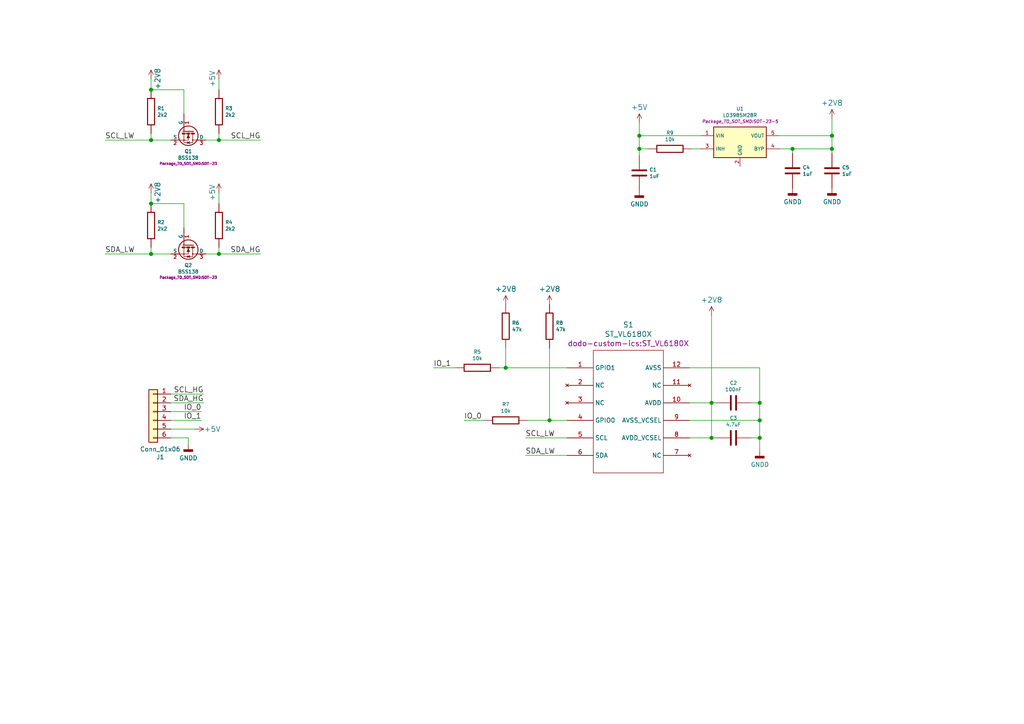
<source format=kicad_sch>
(kicad_sch (version 20200714) (host eeschema "(5.99.0-2820-g96f4e8f6f)")
  (page 1 1)
  (paper "A4")
  (title_block (date "1 sep 2015"))
  (lib_symbols
    (symbol "Connector_Generic:Conn_01x06" (pin_names hide)
      (property "Reference" "J" (at 0 7.62 0))
      (property "Value" "Conn_01x06" (at 0 -10.16 0))
      (symbol "Conn_01x06_1_1"
        (rectangle (start -1.27 -4.953) (end 0 -5.207) (stroke (width 0.1524)))
        (rectangle (start -1.27 -7.493) (end 0 -7.747) (stroke (width 0.1524)))
        (rectangle (start -1.27 -2.413) (end 0 -2.667) (stroke (width 0.1524)))
        (rectangle (start -1.27 2.667) (end 0 2.413) (stroke (width 0.1524)))
        (rectangle (start -1.27 5.207) (end 0 4.953) (stroke (width 0.1524)))
        (rectangle (start -1.27 6.35) (end 1.27 -8.89) (stroke (width 0.254)) (fill (type background)))
        (rectangle (start -1.27 0.127) (end 0 -0.127) (stroke (width 0.1524)))
        (pin passive line (at -5.08 5.08 0) (length 3.81) (name "Pin_1") (number "1"))
        (pin passive line (at -5.08 2.54 0) (length 3.81) (name "Pin_2") (number "2"))
        (pin passive line (at -5.08 0 0) (length 3.81) (name "Pin_3") (number "3"))
        (pin passive line (at -5.08 -2.54 0) (length 3.81) (name "Pin_4") (number "4"))
        (pin passive line (at -5.08 -5.08 0) (length 3.81) (name "Pin_5") (number "5"))
        (pin passive line (at -5.08 -7.62 0) (length 3.81) (name "Pin_6") (number "6"))
      )
    )
    (symbol "board_vl6180x-rescue:+2V8" (power)
      (property "Value" "+2V8" (at 3.175 3.175 0))
      (symbol "+2V8_0_1"
        (polyline (pts (xy 0 2.54) (xy -0.635 1.27)))
        (polyline (pts (xy 0 2.54) (xy 0 0)))
        (polyline (pts (xy 0 2.54) (xy 0.635 1.27)))
      )
      (symbol "+2V8_1_1"
        (pin power_in line (at 0 0 90) (length 2.54) hide (name "+2V8") (number "1"))
      )
    )
    (symbol "board_vl6180x-rescue:+5V" (power)
      (property "Value" "+5V" (at -1.905 3.81 0))
      (symbol "+5V_0_1"
        (polyline (pts (xy 0 2.54) (xy -0.635 1.27)))
        (polyline (pts (xy 0 2.54) (xy 0 0)))
        (polyline (pts (xy 0 2.54) (xy 0.635 1.27)))
      )
      (symbol "+5V_1_1"
        (pin power_in line (at 0 0 90) (length 2.54) hide (name "+5V") (number "1"))
      )
    )
    (symbol "board_vl6180x-rescue:BSS138" (pin_names (offset 0))
      (property "Reference" "Q" (at 0 -3.7846 0))
      (property "Value" "BSS138" (at 0 3.81 0))
      (property "Footprint" "SOT-23" (at -3.302 2.5908 0))
      (symbol "BSS138_0_1"
        (circle (center 1.27 0) (radius 2.8194) (stroke (width 0.254)))
        (circle (center 2.54 -1.27) (radius 0.127))
        (circle (center 2.54 1.27) (radius 0.127))
        (polyline (pts (xy 0.635 -1.016) (xy 0.635 -1.651)) (stroke (width 0.508)))
        (polyline (pts (xy 0.635 0.381) (xy 0.635 -0.381)) (stroke (width 0.508)))
        (polyline (pts (xy 0.635 1.651) (xy 0.635 1.016)) (stroke (width 0.508)))
        (polyline (pts (xy 3.048 0.381) (xy 2.921 0.254)))
        (polyline (pts (xy 3.048 0.381) (xy 3.556 0.381)))
        (polyline (pts (xy 3.556 0.381) (xy 3.683 0.508)))
        (polyline (pts (xy 0 1.524) (xy 0 -1.524) (xy 0 -1.524)) (stroke (width 0.254)))
        (polyline (pts (xy 0.762 -1.27) (xy 2.54 -1.27) (xy 2.54 -2.54) (xy 2.54 -2.54)))
        (polyline (pts (xy 0.762 1.27) (xy 2.54 1.27) (xy 2.54 2.54) (xy 2.54 2.54)))
        (polyline (pts (xy 2.54 1.27) (xy 3.302 1.27) (xy 3.302 -1.27) (xy 2.54 -1.27)))
        (polyline (pts (xy 0.762 0) (xy 1.27 0) (xy 2.54 0) (xy 2.54 -1.27) (xy 2.54 -1.27)))
        (polyline (pts (xy 3.302 0.381) (xy 3.048 -0.254) (xy 3.556 -0.254) (xy 3.302 0.381)) (fill (type outline)))
        (polyline (pts (xy 0.889 0) (xy 1.905 0.381) (xy 1.905 -0.381) (xy 0.889 0) (xy 1.016 0) (xy 1.016 0)) (fill (type outline)))
      )
      (symbol "BSS138_1_1"
        (pin passive line (at -5.08 -1.27 0) (length 5.08) (name "G") (number "1"))
        (pin passive line (at 2.54 -5.08 90) (length 2.54) (name "S") (number "2"))
        (pin passive line (at 2.54 5.08 270) (length 2.54) (name "D") (number "3"))
      )
    )
    (symbol "board_vl6180x-rescue:C" (pin_numbers hide) (pin_names (offset 0.254))
      (property "Reference" "C" (at 0 2.54 0))
      (property "Value" "C" (at 0.1524 -2.159 0))
      (symbol "C_0_1"
        (polyline (pts (xy -2.032 -0.762) (xy 2.032 -0.762)) (stroke (width 0.508)))
        (polyline (pts (xy -2.032 0.762) (xy 2.032 0.762)) (stroke (width 0.508)))
      )
      (symbol "C_1_1"
        (pin passive line (at 0 5.08 270) (length 4.318) (name "~") (number "1"))
        (pin passive line (at 0 -5.08 90) (length 4.318) (name "~") (number "2"))
      )
    )
    (symbol "board_vl6180x-rescue:R" (pin_numbers hide) (pin_names (offset 0))
      (property "Reference" "R" (at 2.032 0 90))
      (property "Value" "R" (at 0.1778 0.0254 90))
      (symbol "R_0_1"
        (rectangle (start -1.016 3.81) (end 1.016 -3.81) (stroke (width 0.3048)))
      )
      (symbol "R_1_1"
        (pin passive line (at 0 6.35 270) (length 2.54) (name "~") (number "1"))
        (pin passive line (at 0 -6.35 90) (length 2.54) (name "~") (number "2"))
      )
    )
    (symbol "dodo-devices:ST_VL6180X"
      (property "Reference" "S" (at 0 16.51 0))
      (property "Value" "ST_VL6180X" (at 0 -21.59 0))
      (property "Footprint" "dodo-custom-ics:ST_VL6180X" (at 0 -10.16 0))
      (symbol "ST_VL6180X_0_1"
        (rectangle (start -10.16 15.24) (end 10.16 -20.32))
      )
      (symbol "ST_VL6180X_1_1"
        (pin bidirectional line (at -17.78 10.16 0) (length 7.62) (name "GPIO1") (number "1"))
        (pin power_in line (at 17.78 0 180) (length 7.62) (name "AVDD") (number "10"))
        (pin unconnected line (at 17.78 5.08 180) (length 7.62) (name "NC") (number "11"))
        (pin power_out line (at 17.78 10.16 180) (length 7.62) (name "AVSS") (number "12"))
        (pin unconnected line (at -17.78 5.08 0) (length 7.62) (name "NC") (number "2"))
        (pin unconnected line (at -17.78 0 0) (length 7.62) (name "NC") (number "3"))
        (pin bidirectional line (at -17.78 -5.08 0) (length 7.62) (name "GPIO0") (number "4"))
        (pin input line (at -17.78 -10.16 0) (length 7.62) (name "SCL") (number "5"))
        (pin bidirectional line (at -17.78 -15.24 0) (length 7.62) (name "SDA") (number "6"))
        (pin unconnected line (at 17.78 -15.24 180) (length 7.62) (name "NC") (number "7"))
        (pin power_in line (at 17.78 -10.16 180) (length 7.62) (name "AVDD_VCSEL") (number "8"))
        (pin power_out line (at 17.78 -5.08 180) (length 7.62) (name "AVSS_VCSEL") (number "9"))
      )
    )
    (symbol "dodo-power-supply:LD3985M28R"
      (property "Reference" "U" (at -6.35 5.08 0))
      (property "Value" "LD3985M28R" (at 5.08 5.08 0))
      (property "Footprint" "Package_TO_SOT_SMD:SOT-23-5" (at 0 2.54 0))
      (symbol "LD3985M28R_0_1"
        (rectangle (start -7.62 3.81) (end 7.62 -5.08) (stroke (width 0.254)) (fill (type background)))
      )
      (symbol "LD3985M28R_1_1"
        (pin input line (at -11.43 1.27 0) (length 3.81) (name "VIN") (number "1"))
        (pin power_in line (at 0 -7.62 90) (length 2.54) (name "GND") (number "2"))
        (pin input line (at -11.43 -2.54 0) (length 3.81) (name "INH") (number "3"))
        (pin input line (at 11.43 -2.54 180) (length 3.81) (name "BYP") (number "4"))
        (pin power_out line (at 11.43 1.27 180) (length 3.81) (name "VOUT") (number "5"))
      )
    )
    (symbol "power:GNDD" (power) (pin_names (offset 0))
      (property "Value" "GNDD" (at 0 -3.175 0))
      (symbol "GNDD_0_1"
        (rectangle (start -1.27 -1.524) (end 1.27 -2.032) (stroke (width 0.254)) (fill (type outline)))
        (polyline (pts (xy 0 0) (xy 0 -1.524)))
      )
      (symbol "GNDD_1_1"
        (pin power_in line (at 0 0 270) (length 0) hide (name "GNDD") (number "1"))
      )
    )
  )
  (junction (at 43.815 26.035) (diameter 1.016))
  (junction (at 43.815 40.64) (diameter 1.016))
  (junction (at 43.815 59.055) (diameter 1.016))
  (junction (at 43.815 73.66) (diameter 1.016))
  (junction (at 63.5 40.64) (diameter 1.016))
  (junction (at 63.5 73.66) (diameter 1.016))
  (junction (at 146.685 106.68) (diameter 1.016))
  (junction (at 159.385 121.92) (diameter 1.016))
  (junction (at 185.42 39.37) (diameter 1.016))
  (junction (at 185.42 43.18) (diameter 1.016))
  (junction (at 206.375 116.84) (diameter 1.016))
  (junction (at 206.375 127) (diameter 1.016))
  (junction (at 220.345 116.84) (diameter 1.016))
  (junction (at 220.345 121.92) (diameter 1.016))
  (junction (at 220.345 127) (diameter 1.016))
  (junction (at 229.87 43.18) (diameter 1.016))
  (junction (at 241.3 39.37) (diameter 1.016))
  (junction (at 241.3 43.18) (diameter 1.016))
  (wire (pts (xy 30.48 40.64) (xy 43.815 40.64)))
  (wire (pts (xy 30.48 73.66) (xy 43.815 73.66)))
  (wire (pts (xy 43.815 22.86) (xy 43.815 26.035)))
  (wire (pts (xy 43.815 26.035) (xy 53.34 26.035)))
  (wire (pts (xy 43.815 38.735) (xy 43.815 40.64)))
  (wire (pts (xy 43.815 40.64) (xy 49.53 40.64)))
  (wire (pts (xy 43.815 55.88) (xy 43.815 59.055)))
  (wire (pts (xy 43.815 59.055) (xy 53.34 59.055)))
  (wire (pts (xy 43.815 71.755) (xy 43.815 73.66)))
  (wire (pts (xy 43.815 73.66) (xy 49.53 73.66)))
  (wire (pts (xy 49.53 114.3) (xy 59.055 114.3)))
  (wire (pts (xy 49.53 116.84) (xy 59.055 116.84)))
  (wire (pts (xy 49.53 119.38) (xy 58.42 119.38)))
  (wire (pts (xy 49.53 121.92) (xy 58.42 121.92)))
  (wire (pts (xy 49.53 124.46) (xy 56.515 124.46)))
  (wire (pts (xy 49.53 127) (xy 54.61 127)))
  (wire (pts (xy 53.34 26.035) (xy 53.34 33.02)))
  (wire (pts (xy 53.34 59.055) (xy 53.34 66.04)))
  (wire (pts (xy 54.61 127) (xy 54.61 128.905)))
  (wire (pts (xy 59.69 40.64) (xy 63.5 40.64)))
  (wire (pts (xy 59.69 73.66) (xy 63.5 73.66)))
  (wire (pts (xy 63.5 22.86) (xy 63.5 26.035)))
  (wire (pts (xy 63.5 38.735) (xy 63.5 40.64)))
  (wire (pts (xy 63.5 40.64) (xy 75.565 40.64)))
  (wire (pts (xy 63.5 55.88) (xy 63.5 59.055)))
  (wire (pts (xy 63.5 71.755) (xy 63.5 73.66)))
  (wire (pts (xy 63.5 73.66) (xy 75.565 73.66)))
  (wire (pts (xy 125.73 106.68) (xy 132.08 106.68)))
  (wire (pts (xy 134.62 121.92) (xy 140.335 121.92)))
  (wire (pts (xy 144.78 106.68) (xy 146.685 106.68)))
  (wire (pts (xy 146.685 100.965) (xy 146.685 106.68)))
  (wire (pts (xy 146.685 106.68) (xy 164.465 106.68)))
  (wire (pts (xy 152.4 127) (xy 164.465 127)))
  (wire (pts (xy 152.4 132.08) (xy 164.465 132.08)))
  (wire (pts (xy 153.035 121.92) (xy 159.385 121.92)))
  (wire (pts (xy 159.385 100.965) (xy 159.385 121.92)))
  (wire (pts (xy 159.385 121.92) (xy 164.465 121.92)))
  (wire (pts (xy 185.42 35.56) (xy 185.42 39.37)))
  (wire (pts (xy 185.42 39.37) (xy 185.42 43.18)))
  (wire (pts (xy 185.42 39.37) (xy 203.2 39.37)))
  (wire (pts (xy 185.42 43.18) (xy 187.96 43.18)))
  (wire (pts (xy 185.42 45.085) (xy 185.42 43.18)))
  (wire (pts (xy 200.025 116.84) (xy 206.375 116.84)))
  (wire (pts (xy 200.025 121.92) (xy 220.345 121.92)))
  (wire (pts (xy 200.025 127) (xy 206.375 127)))
  (wire (pts (xy 200.66 43.18) (xy 203.2 43.18)))
  (wire (pts (xy 206.375 91.44) (xy 206.375 116.84)))
  (wire (pts (xy 206.375 116.84) (xy 206.375 127)))
  (wire (pts (xy 206.375 116.84) (xy 207.645 116.84)))
  (wire (pts (xy 206.375 127) (xy 207.645 127)))
  (wire (pts (xy 217.805 116.84) (xy 220.345 116.84)))
  (wire (pts (xy 217.805 127) (xy 220.345 127)))
  (wire (pts (xy 220.345 106.68) (xy 200.025 106.68)))
  (wire (pts (xy 220.345 116.84) (xy 220.345 106.68)))
  (wire (pts (xy 220.345 116.84) (xy 220.345 121.92)))
  (wire (pts (xy 220.345 121.92) (xy 220.345 127)))
  (wire (pts (xy 220.345 127) (xy 220.345 130.81)))
  (wire (pts (xy 226.06 39.37) (xy 241.3 39.37)))
  (wire (pts (xy 226.06 43.18) (xy 229.87 43.18)))
  (wire (pts (xy 229.87 43.18) (xy 229.87 44.45)))
  (wire (pts (xy 229.87 43.18) (xy 241.3 43.18)))
  (wire (pts (xy 241.3 34.29) (xy 241.3 39.37)))
  (wire (pts (xy 241.3 39.37) (xy 241.3 43.18)))
  (wire (pts (xy 241.3 43.18) (xy 241.3 44.45)))
  (label "SCL_LW" (at 30.48 40.64 0) (effects (font (size 1.524 1.524))))
  (label "SDA_LW" (at 30.48 73.66 0) (effects (font (size 1.524 1.524))))
  (label "IO_0" (at 58.42 119.38 180) (effects (font (size 1.524 1.524))))
  (label "IO_1" (at 58.42 121.92 180) (effects (font (size 1.524 1.524))))
  (label "SCL_HG" (at 59.055 114.3 180) (effects (font (size 1.524 1.524))))
  (label "SDA_HG" (at 59.055 116.84 180) (effects (font (size 1.524 1.524))))
  (label "SCL_HG" (at 75.565 40.64 180) (effects (font (size 1.524 1.524))))
  (label "SDA_HG" (at 75.565 73.66 180) (effects (font (size 1.524 1.524))))
  (label "IO_1" (at 125.73 106.68 0) (effects (font (size 1.524 1.524))))
  (label "IO_0" (at 134.62 121.92 0) (effects (font (size 1.524 1.524))))
  (label "SCL_LW" (at 152.4 127 0) (effects (font (size 1.524 1.524))))
  (label "SDA_LW" (at 152.4 132.08 0) (effects (font (size 1.524 1.524))))
  (symbol (lib_id "board_vl6180x-rescue:+2V8") (at 43.815 22.86 0) (unit 1)
    (property "Reference" "#PWR09" (effects hide))
    (property "Value" "+2V8" (at 45.72 22.86 90) (effects (font (size 1.524 1.524))))
  )
  (symbol (lib_id "board_vl6180x-rescue:+2V8") (at 43.815 55.88 0) (unit 1)
    (property "Reference" "#PWR0107" (effects hide))
    (property "Value" "+2V8" (at 45.72 55.88 90) (effects (font (size 1.524 1.524))))
  )
  (symbol (lib_id "board_vl6180x-rescue:+5V") (at 56.515 124.46 270) (unit 1)
    (property "Reference" "#PWR04" (effects hide))
    (property "Value" "+5V" (at 61.595 124.46 90) (effects (font (size 1.524 1.524))))
  )
  (symbol (lib_id "board_vl6180x-rescue:+5V") (at 63.5 22.86 0) (unit 1)
    (property "Reference" "#PWR08" (effects hide))
    (property "Value" "+5V" (at 61.595 22.86 90) (effects (font (size 1.524 1.524))))
  )
  (symbol (lib_id "board_vl6180x-rescue:+5V") (at 63.5 55.88 0) (unit 1)
    (property "Reference" "#PWR0108" (effects hide))
    (property "Value" "+5V" (at 61.595 55.88 90) (effects (font (size 1.524 1.524))))
  )
  (symbol (lib_id "board_vl6180x-rescue:+2V8") (at 146.685 88.265 0) (unit 1)
    (property "Reference" "#PWR0103" (effects hide))
    (property "Value" "+2V8" (at 146.685 83.82 0) (effects (font (size 1.524 1.524))))
  )
  (symbol (lib_id "board_vl6180x-rescue:+2V8") (at 159.385 88.265 0) (unit 1)
    (property "Reference" "#PWR0102" (effects hide))
    (property "Value" "+2V8" (at 159.385 83.82 0) (effects (font (size 1.524 1.524))))
  )
  (symbol (lib_id "board_vl6180x-rescue:+5V") (at 185.42 35.56 0) (unit 1)
    (property "Reference" "#PWR05" (effects hide))
    (property "Value" "+5V" (at 185.42 31.115 0) (effects (font (size 1.524 1.524))))
  )
  (symbol (lib_id "board_vl6180x-rescue:+2V8") (at 206.375 91.44 0) (unit 1)
    (property "Reference" "#PWR07" (effects hide))
    (property "Value" "+2V8" (at 206.375 86.995 0) (effects (font (size 1.524 1.524))))
  )
  (symbol (lib_id "board_vl6180x-rescue:+2V8") (at 241.3 34.29 0) (unit 1)
    (property "Reference" "#PWR06" (effects hide))
    (property "Value" "+2V8" (at 241.3 29.845 0) (effects (font (size 1.524 1.524))))
  )
  (symbol (lib_id "power:GNDD") (at 54.61 128.905 0) (unit 1)
    (property "Reference" "#PWR0109" (effects hide))
    (property "Value" "GNDD" (at 54.6608 132.8484 0))
  )
  (symbol (lib_id "power:GNDD") (at 185.42 55.245 0) (unit 1)
    (property "Reference" "#PWR0104" (effects hide))
    (property "Value" "GNDD" (at 185.4708 59.1884 0))
  )
  (symbol (lib_id "power:GNDD") (at 220.345 130.81 0) (unit 1)
    (property "Reference" "#PWR0101" (effects hide))
    (property "Value" "GNDD" (at 220.3958 134.7534 0))
  )
  (symbol (lib_id "power:GNDD") (at 229.87 54.61 0) (unit 1)
    (property "Reference" "#PWR0105" (effects hide))
    (property "Value" "GNDD" (at 229.9208 58.5534 0))
  )
  (symbol (lib_id "power:GNDD") (at 241.3 54.61 0) (unit 1)
    (property "Reference" "#PWR0106" (effects hide))
    (property "Value" "GNDD" (at 241.3508 58.5534 0))
  )
  (symbol (lib_id "board_vl6180x-rescue:R") (at 43.815 32.385 0) (unit 1)
    (property "Reference" "R1" (at 45.6185 31.4401 0) (effects (font (size 1.016 1.016)) (justify left)))
    (property "Value" "2k2" (at 45.618 33.33 0) (effects (font (size 1.016 1.016)) (justify left)))
    (property "Footprint" "Resistor_SMD:R_0603_1608Metric" (effects hide))
  )
  (symbol (lib_id "board_vl6180x-rescue:R") (at 43.815 65.405 0) (unit 1)
    (property "Reference" "R2" (at 45.6185 64.4601 0) (effects (font (size 1.016 1.016)) (justify left)))
    (property "Value" "2k2" (at 45.618 66.35 0) (effects (font (size 1.016 1.016)) (justify left)))
    (property "Footprint" "Resistor_SMD:R_0603_1608Metric" (effects hide))
  )
  (symbol (lib_id "board_vl6180x-rescue:R") (at 63.5 32.385 0) (unit 1)
    (property "Reference" "R3" (at 65.3035 31.4401 0) (effects (font (size 1.016 1.016)) (justify left)))
    (property "Value" "2k2" (at 65.303 33.33 0) (effects (font (size 1.016 1.016)) (justify left)))
    (property "Footprint" "Resistor_SMD:R_0603_1608Metric" (effects hide))
  )
  (symbol (lib_id "board_vl6180x-rescue:R") (at 63.5 65.405 0) (unit 1)
    (property "Reference" "R4" (at 65.3035 64.4601 0) (effects (font (size 1.016 1.016)) (justify left)))
    (property "Value" "2k2" (at 65.303 66.35 0) (effects (font (size 1.016 1.016)) (justify left)))
    (property "Footprint" "Resistor_SMD:R_0603_1608Metric" (effects hide))
  )
  (symbol (lib_id "board_vl6180x-rescue:R") (at 138.43 106.68 90) (unit 1)
    (property "Reference" "R5" (at 138.43 102.0418 90) (effects (font (size 1.016 1.016))))
    (property "Value" "10k" (at 138.43 103.932 90) (effects (font (size 1.016 1.016))))
    (property "Footprint" "Resistor_SMD:R_0603_1608Metric" (effects hide))
  )
  (symbol (lib_id "board_vl6180x-rescue:R") (at 146.685 94.615 0) (unit 1)
    (property "Reference" "R6" (at 148.4885 93.6701 0) (effects (font (size 1.016 1.016)) (justify left)))
    (property "Value" "47k" (at 148.489 95.56 0) (effects (font (size 1.016 1.016)) (justify left)))
    (property "Footprint" "Resistor_SMD:R_0603_1608Metric" (effects hide))
  )
  (symbol (lib_id "board_vl6180x-rescue:R") (at 146.685 121.92 90) (unit 1)
    (property "Reference" "R7" (at 146.685 117.2818 90) (effects (font (size 1.016 1.016))))
    (property "Value" "10k" (at 146.685 119.172 90) (effects (font (size 1.016 1.016))))
    (property "Footprint" "Resistor_SMD:R_0603_1608Metric" (effects hide))
  )
  (symbol (lib_id "board_vl6180x-rescue:R") (at 159.385 94.615 0) (unit 1)
    (property "Reference" "R8" (at 161.1885 93.6701 0) (effects (font (size 1.016 1.016)) (justify left)))
    (property "Value" "47k" (at 161.189 95.56 0) (effects (font (size 1.016 1.016)) (justify left)))
    (property "Footprint" "Resistor_SMD:R_0603_1608Metric" (effects hide))
  )
  (symbol (lib_id "board_vl6180x-rescue:R") (at 194.31 43.18 90) (unit 1)
    (property "Reference" "R9" (at 194.31 38.5418 90) (effects (font (size 1.016 1.016))))
    (property "Value" "10k" (at 194.31 40.432 90) (effects (font (size 1.016 1.016))))
    (property "Footprint" "Resistor_SMD:R_0805_2012Metric" (effects hide))
  )
  (symbol (lib_id "board_vl6180x-rescue:C") (at 185.42 50.165 0) (unit 1)
    (property "Reference" "C1" (at 188.3411 49.2201 0) (effects (font (size 1.016 1.016)) (justify left)))
    (property "Value" "1uF" (at 188.341 51.11 0) (effects (font (size 1.016 1.016)) (justify left)))
    (property "Footprint" "Resistor_SMD:R_0603_1608Metric" (effects hide))
  )
  (symbol (lib_id "board_vl6180x-rescue:C") (at 212.725 116.84 90) (unit 1)
    (property "Reference" "C2" (at 212.725 111.0842 90) (effects (font (size 1.016 1.016))))
    (property "Value" "100nF" (at 212.725 112.974 90) (effects (font (size 1.016 1.016))))
    (property "Footprint" "Resistor_SMD:R_0603_1608Metric" (effects hide))
  )
  (symbol (lib_id "board_vl6180x-rescue:C") (at 212.725 127 90) (unit 1)
    (property "Reference" "C3" (at 212.725 121.2442 90) (effects (font (size 1.016 1.016))))
    (property "Value" "4.7uF" (at 212.725 123.134 90) (effects (font (size 1.016 1.016))))
    (property "Footprint" "Resistor_SMD:R_0603_1608Metric" (effects hide))
  )
  (symbol (lib_id "board_vl6180x-rescue:C") (at 229.87 49.53 0) (unit 1)
    (property "Reference" "C4" (at 232.7911 48.5851 0) (effects (font (size 1.016 1.016)) (justify left)))
    (property "Value" "1uF" (at 232.791 50.475 0) (effects (font (size 1.016 1.016)) (justify left)))
    (property "Footprint" "Resistor_SMD:R_0603_1608Metric" (effects hide))
  )
  (symbol (lib_id "board_vl6180x-rescue:C") (at 241.3 49.53 0) (unit 1)
    (property "Reference" "C5" (at 244.2211 48.5851 0) (effects (font (size 1.016 1.016)) (justify left)))
    (property "Value" "1uF" (at 244.221 50.475 0) (effects (font (size 1.016 1.016)) (justify left)))
    (property "Footprint" "Resistor_SMD:R_0603_1608Metric" (effects hide))
  )
  (symbol (lib_id "board_vl6180x-rescue:BSS138") (at 54.61 38.1 270) (unit 1)
    (property "Reference" "Q1" (at 54.61 43.8964 90) (effects (font (size 1.016 1.016))))
    (property "Value" "BSS138" (at 54.61 45.7862 90) (effects (font (size 1.016 1.016))))
    (property "Footprint" "Package_TO_SOT_SMD:SOT-23" (at 54.61 47.451 90) (effects (font (size 0.7366 0.7366))))
  )
  (symbol (lib_id "board_vl6180x-rescue:BSS138") (at 54.61 71.12 270) (unit 1)
    (property "Reference" "Q2" (at 54.61 76.9164 90) (effects (font (size 1.016 1.016))))
    (property "Value" "BSS138" (at 54.61 78.8062 90) (effects (font (size 1.016 1.016))))
    (property "Footprint" "Package_TO_SOT_SMD:SOT-23" (at 54.61 80.471 90) (effects (font (size 0.7366 0.7366))))
  )
  (symbol (lib_id "Connector_Generic:Conn_01x06") (at 44.45 119.38 0) (mirror y) (unit 1)
    (property "Reference" "J1" (at 46.482 132.5818 0))
    (property "Value" "Conn_01x06" (at 46.482 130.2831 0))
    (property "Footprint" "Connector_PinHeader_2.54mm:PinHeader_1x06_P2.54mm_Horizontal" (effects hide))
  )
  (symbol (lib_id "dodo-power-supply:LD3985M28R") (at 214.63 40.64 0) (unit 1)
    (property "Reference" "U1" (at 214.63 31.548 0) (effects (font (size 1.016 1.016))))
    (property "Value" "LD3985M28R" (at 214.63 33.4378 0) (effects (font (size 1.016 1.016))))
    (property "Footprint" "Package_TO_SOT_SMD:SOT-23-5" (at 214.63 35.2253 0) (effects (font (size 0.889 0.889) italic)))
  )
  (symbol (lib_id "dodo-devices:ST_VL6180X") (at 182.245 116.84 0) (unit 1)
    (property "Reference" "S1" (at 182.245 94.1959 0) (effects (font (size 1.524 1.524))))
    (property "Value" "ST_VL6180X" (at 182.245 96.9035 0) (effects (font (size 1.524 1.524))))
    (property "Footprint" "dodo-custom-ics:ST_VL6180X" (at 182.245 99.6111 0) (effects (font (size 1.524 1.524))))
  )
)
</source>
